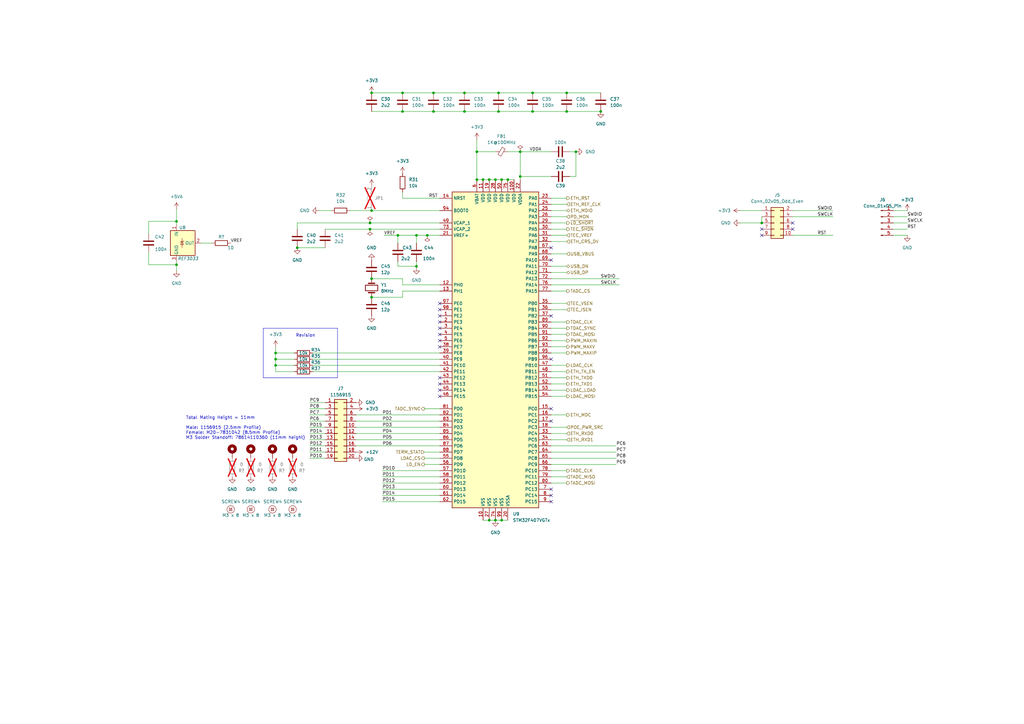
<source format=kicad_sch>
(kicad_sch (version 20230121) (generator eeschema)
  (paper "A3")
  (title_block (title "MCU") (date "2023-11-27") (rev "r0_3") (company "M-Labs Limited") (comment 1 "Linus Woo Chun Kit"))
  (lib_symbols
    (symbol "Connector:Conn_01x05_Pin" (pin_names (offset 1.016) hide)
      (property "Reference" "J" (at 0 7.62 0))
      (property "Value" "Conn_01x05_Pin" (at 0 -7.62 0))
      (symbol "Conn_01x05_Pin_1_1"
        (pin passive line (at 5.08 5.08 180) (length 3.81) (name "Pin_1") (number "1"))
        (pin passive line (at 5.08 2.54 180) (length 3.81) (name "Pin_2") (number "2"))
        (pin passive line (at 5.08 0 180) (length 3.81) (name "Pin_3") (number "3"))
        (pin passive line (at 5.08 -2.54 180) (length 3.81) (name "Pin_4") (number "4"))
        (pin passive line (at 5.08 -5.08 180) (length 3.81) (name "Pin_5") (number "5"))
      )
    )
    (symbol "Connector_Generic:Conn_02x05_Odd_Even" (pin_names (offset 1.016) hide)
      (property "Reference" "J" (at 1.27 7.62 0))
      (property "Value" "Conn_02x05_Odd_Even" (at 1.27 -7.62 0))
      (symbol "Conn_02x05_Odd_Even_1_1"
        (pin passive line (at -5.08 5.08 0) (length 3.81) (name "Pin_1") (number "1"))
        (pin passive line (at 7.62 -5.08 180) (length 3.81) (name "Pin_10") (number "10"))
        (pin passive line (at 7.62 5.08 180) (length 3.81) (name "Pin_2") (number "2"))
        (pin passive line (at -5.08 2.54 0) (length 3.81) (name "Pin_3") (number "3"))
        (pin passive line (at 7.62 2.54 180) (length 3.81) (name "Pin_4") (number "4"))
        (pin passive line (at -5.08 0 0) (length 3.81) (name "Pin_5") (number "5"))
        (pin passive line (at 7.62 0 180) (length 3.81) (name "Pin_6") (number "6"))
        (pin passive line (at -5.08 -2.54 0) (length 3.81) (name "Pin_7") (number "7"))
        (pin passive line (at 7.62 -2.54 180) (length 3.81) (name "Pin_8") (number "8"))
        (pin passive line (at -5.08 -5.08 0) (length 3.81) (name "Pin_9") (number "9"))
      )
    )
    (symbol "Connector_Generic:Conn_02x10_Odd_Even" (pin_names (offset 1.016) hide)
      (property "Reference" "J" (at 1.27 12.7 0))
      (property "Value" "Conn_02x10_Odd_Even" (at 1.27 -15.24 0))
      (symbol "Conn_02x10_Odd_Even_1_1"
        (pin passive line (at -5.08 10.16 0) (length 3.81) (name "Pin_1") (number "1"))
        (pin passive line (at 7.62 0 180) (length 3.81) (name "Pin_10") (number "10"))
        (pin passive line (at -5.08 -2.54 0) (length 3.81) (name "Pin_11") (number "11"))
        (pin passive line (at 7.62 -2.54 180) (length 3.81) (name "Pin_12") (number "12"))
        (pin passive line (at -5.08 -5.08 0) (length 3.81) (name "Pin_13") (number "13"))
        (pin passive line (at 7.62 -5.08 180) (length 3.81) (name "Pin_14") (number "14"))
        (pin passive line (at -5.08 -7.62 0) (length 3.81) (name "Pin_15") (number "15"))
        (pin passive line (at 7.62 -7.62 180) (length 3.81) (name "Pin_16") (number "16"))
        (pin passive line (at -5.08 -10.16 0) (length 3.81) (name "Pin_17") (number "17"))
        (pin passive line (at 7.62 -10.16 180) (length 3.81) (name "Pin_18") (number "18"))
        (pin passive line (at -5.08 -12.7 0) (length 3.81) (name "Pin_19") (number "19"))
        (pin passive line (at 7.62 10.16 180) (length 3.81) (name "Pin_2") (number "2"))
        (pin passive line (at 7.62 -12.7 180) (length 3.81) (name "Pin_20") (number "20"))
        (pin passive line (at -5.08 7.62 0) (length 3.81) (name "Pin_3") (number "3"))
        (pin passive line (at 7.62 7.62 180) (length 3.81) (name "Pin_4") (number "4"))
        (pin passive line (at -5.08 5.08 0) (length 3.81) (name "Pin_5") (number "5"))
        (pin passive line (at 7.62 5.08 180) (length 3.81) (name "Pin_6") (number "6"))
        (pin passive line (at -5.08 2.54 0) (length 3.81) (name "Pin_7") (number "7"))
        (pin passive line (at 7.62 2.54 180) (length 3.81) (name "Pin_8") (number "8"))
        (pin passive line (at -5.08 0 0) (length 3.81) (name "Pin_9") (number "9"))
      )
    )
    (symbol "Device:C" (pin_numbers hide) (pin_names (offset 0.254))
      (property "Reference" "C" (at 0.635 2.54 0))
      (property "Value" "C" (at 0.635 -2.54 0))
      (symbol "C_1_1"
        (pin passive line (at 0 3.81 270) (length 2.794) (name "~") (number "1"))
        (pin passive line (at 0 -3.81 90) (length 2.794) (name "~") (number "2"))
      )
    )
    (symbol "Device:Crystal" (pin_numbers hide) (pin_names (offset 1.016) hide)
      (property "Reference" "Y" (at 0 3.81 0))
      (property "Value" "Crystal" (at 0 -3.81 0))
      (symbol "Crystal_1_1"
        (pin passive line (at -3.81 0 0) (length 1.27) (name "1") (number "1"))
        (pin passive line (at 3.81 0 180) (length 1.27) (name "2") (number "2"))
      )
    )
    (symbol "Device:FerriteBead_Small" (pin_numbers hide) (pin_names (offset 0))
      (property "Reference" "FB" (at 1.905 1.27 0))
      (property "Value" "FerriteBead_Small" (at 1.905 -1.27 0))
      (symbol "FerriteBead_Small_1_1"
        (pin passive line (at 0 2.54 270) (length 1.27) (name "~") (number "1"))
        (pin passive line (at 0 -2.54 90) (length 1.27) (name "~") (number "2"))
      )
    )
    (symbol "Device:R" (pin_numbers hide) (pin_names (offset 0))
      (property "Reference" "R" (at 2.032 0 90))
      (property "Value" "R" (at 0 0 90))
      (symbol "R_1_1"
        (pin passive line (at 0 3.81 270) (length 1.27) (name "~") (number "1"))
        (pin passive line (at 0 -3.81 90) (length 1.27) (name "~") (number "2"))
      )
    )
    (symbol "Jumper:Jumper_2_Open" (pin_names (offset 0) hide)
      (property "Reference" "JP" (at 0 2.794 0))
      (property "Value" "Jumper_2_Open" (at 0 -2.286 0))
      (symbol "Jumper_2_Open_1_1"
        (pin passive line (at -5.08 0 0) (length 2.54) (name "A") (number "1"))
        (pin passive line (at 5.08 0 180) (length 2.54) (name "B") (number "2"))
      )
    )
    (symbol "MCU_ST_STM32F4:STM32F407VGTx"
      (property "Reference" "U" (at -17.78 64.77 0))
      (property "Value" "STM32F407VGTx" (at 12.7 64.77 0))
      (symbol "STM32F407VGTx_1_1"
        (pin bidirectional line (at -22.86 12.7 0) (length 5.08) (name "PE2") (number "1"))
        (pin power_in line (at -5.08 -71.12 90) (length 5.08) (name "VSS") (number "10"))
        (pin power_in line (at 7.62 68.58 270) (length 5.08) (name "VDD") (number "100"))
        (pin power_in line (at -5.08 68.58 270) (length 5.08) (name "VDD") (number "11"))
        (pin input line (at -22.86 25.4 0) (length 5.08) (name "PH0") (number "12"))
        (pin input line (at -22.86 22.86 0) (length 5.08) (name "PH1") (number "13"))
        (pin input line (at -22.86 60.96 0) (length 5.08) (name "NRST") (number "14"))
        (pin bidirectional line (at 22.86 -25.4 180) (length 5.08) (name "PC0") (number "15"))
        (pin bidirectional line (at 22.86 -27.94 180) (length 5.08) (name "PC1") (number "16"))
        (pin bidirectional line (at 22.86 -30.48 180) (length 5.08) (name "PC2") (number "17"))
        (pin bidirectional line (at 22.86 -33.02 180) (length 5.08) (name "PC3") (number "18"))
        (pin power_in line (at -2.54 68.58 270) (length 5.08) (name "VDD") (number "19"))
        (pin bidirectional line (at -22.86 10.16 0) (length 5.08) (name "PE3") (number "2"))
        (pin power_in line (at 5.08 -71.12 90) (length 5.08) (name "VSSA") (number "20"))
        (pin power_in line (at -22.86 45.72 0) (length 5.08) (name "VREF+") (number "21"))
        (pin power_in line (at 10.16 68.58 270) (length 5.08) (name "VDDA") (number "22"))
        (pin bidirectional line (at 22.86 60.96 180) (length 5.08) (name "PA0") (number "23"))
        (pin bidirectional line (at 22.86 58.42 180) (length 5.08) (name "PA1") (number "24"))
        (pin bidirectional line (at 22.86 55.88 180) (length 5.08) (name "PA2") (number "25"))
        (pin bidirectional line (at 22.86 53.34 180) (length 5.08) (name "PA3") (number "26"))
        (pin power_in line (at -2.54 -71.12 90) (length 5.08) (name "VSS") (number "27"))
        (pin power_in line (at 0 68.58 270) (length 5.08) (name "VDD") (number "28"))
        (pin bidirectional line (at 22.86 50.8 180) (length 5.08) (name "PA4") (number "29"))
        (pin bidirectional line (at -22.86 7.62 0) (length 5.08) (name "PE4") (number "3"))
        (pin bidirectional line (at 22.86 48.26 180) (length 5.08) (name "PA5") (number "30"))
        (pin bidirectional line (at 22.86 45.72 180) (length 5.08) (name "PA6") (number "31"))
        (pin bidirectional line (at 22.86 43.18 180) (length 5.08) (name "PA7") (number "32"))
        (pin bidirectional line (at 22.86 -35.56 180) (length 5.08) (name "PC4") (number "33"))
        (pin bidirectional line (at 22.86 -38.1 180) (length 5.08) (name "PC5") (number "34"))
        (pin bidirectional line (at 22.86 17.78 180) (length 5.08) (name "PB0") (number "35"))
        (pin bidirectional line (at 22.86 15.24 180) (length 5.08) (name "PB1") (number "36"))
        (pin bidirectional line (at 22.86 12.7 180) (length 5.08) (name "PB2") (number "37"))
        (pin bidirectional line (at -22.86 0 0) (length 5.08) (name "PE7") (number "38"))
        (pin bidirectional line (at -22.86 -2.54 0) (length 5.08) (name "PE8") (number "39"))
        (pin bidirectional line (at -22.86 5.08 0) (length 5.08) (name "PE5") (number "4"))
        (pin bidirectional line (at -22.86 -5.08 0) (length 5.08) (name "PE9") (number "40"))
        (pin bidirectional line (at -22.86 -7.62 0) (length 5.08) (name "PE10") (number "41"))
        (pin bidirectional line (at -22.86 -10.16 0) (length 5.08) (name "PE11") (number "42"))
        (pin bidirectional line (at -22.86 -12.7 0) (length 5.08) (name "PE12") (number "43"))
        (pin bidirectional line (at -22.86 -15.24 0) (length 5.08) (name "PE13") (number "44"))
        (pin bidirectional line (at -22.86 -17.78 0) (length 5.08) (name "PE14") (number "45"))
        (pin bidirectional line (at -22.86 -20.32 0) (length 5.08) (name "PE15") (number "46"))
        (pin bidirectional line (at 22.86 -7.62 180) (length 5.08) (name "PB10") (number "47"))
        (pin bidirectional line (at 22.86 -10.16 180) (length 5.08) (name "PB11") (number "48"))
        (pin power_in line (at -22.86 50.8 0) (length 5.08) (name "VCAP_1") (number "49"))
        (pin bidirectional line (at -22.86 2.54 0) (length 5.08) (name "PE6") (number "5"))
        (pin power_in line (at 2.54 68.58 270) (length 5.08) (name "VDD") (number "50"))
        (pin bidirectional line (at 22.86 -12.7 180) (length 5.08) (name "PB12") (number "51"))
        (pin bidirectional line (at 22.86 -15.24 180) (length 5.08) (name "PB13") (number "52"))
        (pin bidirectional line (at 22.86 -17.78 180) (length 5.08) (name "PB14") (number "53"))
        (pin bidirectional line (at 22.86 -20.32 180) (length 5.08) (name "PB15") (number "54"))
        (pin bidirectional line (at -22.86 -45.72 0) (length 5.08) (name "PD8") (number "55"))
        (pin bidirectional line (at -22.86 -48.26 0) (length 5.08) (name "PD9") (number "56"))
        (pin bidirectional line (at -22.86 -50.8 0) (length 5.08) (name "PD10") (number "57"))
        (pin bidirectional line (at -22.86 -53.34 0) (length 5.08) (name "PD11") (number "58"))
        (pin bidirectional line (at -22.86 -55.88 0) (length 5.08) (name "PD12") (number "59"))
        (pin power_in line (at -7.62 68.58 270) (length 5.08) (name "VBAT") (number "6"))
        (pin bidirectional line (at -22.86 -58.42 0) (length 5.08) (name "PD13") (number "60"))
        (pin bidirectional line (at -22.86 -60.96 0) (length 5.08) (name "PD14") (number "61"))
        (pin bidirectional line (at -22.86 -63.5 0) (length 5.08) (name "PD15") (number "62"))
        (pin bidirectional line (at 22.86 -40.64 180) (length 5.08) (name "PC6") (number "63"))
        (pin bidirectional line (at 22.86 -43.18 180) (length 5.08) (name "PC7") (number "64"))
        (pin bidirectional line (at 22.86 -45.72 180) (length 5.08) (name "PC8") (number "65"))
        (pin bidirectional line (at 22.86 -48.26 180) (length 5.08) (name "PC9") (number "66"))
        (pin bidirectional line (at 22.86 40.64 180) (length 5.08) (name "PA8") (number "67"))
        (pin bidirectional line (at 22.86 38.1 180) (length 5.08) (name "PA9") (number "68"))
        (pin bidirectional line (at 22.86 35.56 180) (length 5.08) (name "PA10") (number "69"))
        (pin bidirectional line (at 22.86 -58.42 180) (length 5.08) (name "PC13") (number "7"))
        (pin bidirectional line (at 22.86 33.02 180) (length 5.08) (name "PA11") (number "70"))
        (pin bidirectional line (at 22.86 30.48 180) (length 5.08) (name "PA12") (number "71"))
        (pin bidirectional line (at 22.86 27.94 180) (length 5.08) (name "PA13") (number "72"))
        (pin power_in line (at -22.86 48.26 0) (length 5.08) (name "VCAP_2") (number "73"))
        (pin power_in line (at 0 -71.12 90) (length 5.08) (name "VSS") (number "74"))
        (pin power_in line (at 5.08 68.58 270) (length 5.08) (name "VDD") (number "75"))
        (pin bidirectional line (at 22.86 25.4 180) (length 5.08) (name "PA14") (number "76"))
        (pin bidirectional line (at 22.86 22.86 180) (length 5.08) (name "PA15") (number "77"))
        (pin bidirectional line (at 22.86 -50.8 180) (length 5.08) (name "PC10") (number "78"))
        (pin bidirectional line (at 22.86 -53.34 180) (length 5.08) (name "PC11") (number "79"))
        (pin bidirectional line (at 22.86 -60.96 180) (length 5.08) (name "PC14") (number "8"))
        (pin bidirectional line (at 22.86 -55.88 180) (length 5.08) (name "PC12") (number "80"))
        (pin bidirectional line (at -22.86 -25.4 0) (length 5.08) (name "PD0") (number "81"))
        (pin bidirectional line (at -22.86 -27.94 0) (length 5.08) (name "PD1") (number "82"))
        (pin bidirectional line (at -22.86 -30.48 0) (length 5.08) (name "PD2") (number "83"))
        (pin bidirectional line (at -22.86 -33.02 0) (length 5.08) (name "PD3") (number "84"))
        (pin bidirectional line (at -22.86 -35.56 0) (length 5.08) (name "PD4") (number "85"))
        (pin bidirectional line (at -22.86 -38.1 0) (length 5.08) (name "PD5") (number "86"))
        (pin bidirectional line (at -22.86 -40.64 0) (length 5.08) (name "PD6") (number "87"))
        (pin bidirectional line (at -22.86 -43.18 0) (length 5.08) (name "PD7") (number "88"))
        (pin bidirectional line (at 22.86 10.16 180) (length 5.08) (name "PB3") (number "89"))
        (pin bidirectional line (at 22.86 -63.5 180) (length 5.08) (name "PC15") (number "9"))
        (pin bidirectional line (at 22.86 7.62 180) (length 5.08) (name "PB4") (number "90"))
        (pin bidirectional line (at 22.86 5.08 180) (length 5.08) (name "PB5") (number "91"))
        (pin bidirectional line (at 22.86 2.54 180) (length 5.08) (name "PB6") (number "92"))
        (pin bidirectional line (at 22.86 0 180) (length 5.08) (name "PB7") (number "93"))
        (pin input line (at -22.86 55.88 0) (length 5.08) (name "BOOT0") (number "94"))
        (pin bidirectional line (at 22.86 -2.54 180) (length 5.08) (name "PB8") (number "95"))
        (pin bidirectional line (at 22.86 -5.08 180) (length 5.08) (name "PB9") (number "96"))
        (pin bidirectional line (at -22.86 17.78 0) (length 5.08) (name "PE0") (number "97"))
        (pin bidirectional line (at -22.86 15.24 0) (length 5.08) (name "PE1") (number "98"))
        (pin power_in line (at 2.54 -71.12 90) (length 5.08) (name "VSS") (number "99"))
      )
    )
    (symbol "Mechanical:MountingHole_Pad" (pin_numbers hide) (pin_names (offset 1.016) hide)
      (property "Reference" "H" (at 0 6.35 0))
      (property "Value" "MountingHole_Pad" (at 0 4.445 0))
      (symbol "MountingHole_Pad_1_1"
        (pin input line (at 0 -2.54 90) (length 2.54) (name "1") (number "1"))
      )
    )
    (symbol "Reference_Voltage:REF3033" (pin_names (offset 0.254))
      (property "Reference" "U" (at 0 6.35 0))
      (property "Value" "REF3033" (at 2.54 -6.35 0))
      (symbol "REF3033_1_1"
        (pin power_in line (at -2.54 7.62 270) (length 2.54) (name "IN") (number "1"))
        (pin power_out line (at 7.62 0 180) (length 2.54) (name "OUT") (number "2"))
        (pin power_in line (at -2.54 -7.62 90) (length 2.54) (name "GND") (number "3"))
      )
    )
    (symbol "kirdy:Screw" (on_board no)
      (property "Reference" "SCREW" (at 3.048 2.54 0))
    )
    (symbol "power:+12V" (power) (pin_names (offset 0))
      (property "Value" "+12V" (at 0 3.556 0))
      (symbol "+12V_1_1"
        (pin power_in line (at 0 0 90) (length 0) hide (name "+12V") (number "1"))
      )
    )
    (symbol "power:+3V3" (power) (pin_names (offset 0))
      (property "Value" "+3V3" (at 0 3.556 0))
      (symbol "+3V3_1_1"
        (pin power_in line (at 0 0 90) (length 0) hide (name "+3V3") (number "1"))
      )
    )
    (symbol "power:+5VA" (power) (pin_names (offset 0))
      (property "Value" "+5VA" (at 0 3.556 0))
      (symbol "+5VA_1_1"
        (pin power_in line (at 0 0 90) (length 0) hide (name "+5VA") (number "1"))
      )
    )
    (symbol "power:GND" (power) (pin_names (offset 0))
      (property "Value" "GND" (at 0 -3.81 0))
      (symbol "GND_1_1"
        (pin power_in line (at 0 0 270) (length 0) hide (name "GND") (number "1"))
      )
    )
    (symbol "power:PWR_FLAG" (power) (pin_numbers hide) (pin_names (offset 0) hide)
      (property "Value" "PWR_FLAG" (at 0 3.81 0))
      (symbol "PWR_FLAG_0_0"
        (pin power_out line (at 0 0 90) (length 0) (name "pwr") (number "1"))
      )
    )
  )
  (junction (at 165.1 38.1))
  (junction (at 152.4 114.3))
  (junction (at 198.12 73.66))
  (junction (at 205.74 213.36))
  (junction (at 177.8 38.1))
  (junction (at 213.36 72.39))
  (junction (at 236.22 62.23))
  (junction (at 152.4 38.1))
  (junction (at 195.58 73.66))
  (junction (at 121.92 101.6))
  (junction (at 72.39 90.805))
  (junction (at 200.66 73.66))
  (junction (at 170.815 96.52))
  (junction (at 203.2 213.36))
  (junction (at 151.765 91.44))
  (junction (at 175.26 96.52))
  (junction (at 204.47 38.1))
  (junction (at 152.4 86.36))
  (junction (at 177.8 45.72))
  (junction (at 232.41 45.72))
  (junction (at 200.66 213.36))
  (junction (at 208.28 73.66))
  (junction (at 113.03 144.78))
  (junction (at 190.5 45.72))
  (junction (at 165.1 45.72))
  (junction (at 203.2 73.66))
  (junction (at 232.41 38.1))
  (junction (at 213.36 62.23))
  (junction (at 170.815 109.22))
  (junction (at 190.5 38.1))
  (junction (at 204.47 45.72))
  (junction (at 113.03 147.32))
  (junction (at 218.44 38.1))
  (junction (at 246.38 45.72))
  (junction (at 151.765 93.98))
  (junction (at 205.74 73.66))
  (junction (at 152.4 121.92))
  (junction (at 195.58 62.23))
  (junction (at 312.42 91.44))
  (junction (at 218.44 45.72))
  (junction (at 72.39 108.585))
  (junction (at 113.03 149.86))
  (junction (at 163.195 96.52))
  (no_connect (at 312.42 96.52))
  (no_connect (at 325.12 93.98))
  (no_connect (at 325.12 91.44))
  (no_connect (at 180.34 157.48))
  (no_connect (at 180.34 154.94))
  (no_connect (at 312.42 93.98))
  (no_connect (at 226.06 172.72))
  (no_connect (at 226.06 101.6))
  (no_connect (at 226.06 200.66))
  (no_connect (at 226.06 203.2))
  (no_connect (at 226.06 205.74))
  (no_connect (at 226.06 106.68))
  (no_connect (at 226.06 129.54))
  (no_connect (at 180.34 129.54))
  (no_connect (at 180.34 124.46))
  (no_connect (at 180.34 127))
  (no_connect (at 226.06 147.32))
  (no_connect (at 226.06 167.64))
  (no_connect (at 180.34 162.56))
  (no_connect (at 180.34 160.02))
  (no_connect (at 180.34 132.08))
  (no_connect (at 180.34 134.62))
  (no_connect (at 180.34 137.16))
  (no_connect (at 180.34 139.7))
  (no_connect (at 180.34 142.24))
  (wire (pts (xy 226.06 180.34) (xy 232.41 180.34)))
  (wire (pts (xy 156.845 205.74) (xy 180.34 205.74)))
  (wire (pts (xy 226.06 170.18) (xy 232.41 170.18)))
  (wire (pts (xy 226.06 160.02) (xy 232.41 160.02)))
  (wire (pts (xy 226.06 99.06) (xy 232.41 99.06)))
  (wire (pts (xy 165.1 116.84) (xy 180.34 116.84)))
  (wire (pts (xy 226.06 104.14) (xy 232.41 104.14)))
  (wire (pts (xy 170.815 109.22) (xy 170.815 109.855)))
  (wire (pts (xy 127 175.26) (xy 133.35 175.26)))
  (wire (pts (xy 156.845 203.2) (xy 180.34 203.2)))
  (wire (pts (xy 72.39 85.725) (xy 72.39 90.805)))
  (wire (pts (xy 226.06 86.36) (xy 232.41 86.36)))
  (polyline (pts (xy 107.95 154.94) (xy 138.43 154.94)))
  (wire (pts (xy 127 167.64) (xy 133.35 167.64)))
  (wire (pts (xy 175.26 96.52) (xy 180.34 96.52)))
  (wire (pts (xy 372.11 91.44) (xy 366.395 91.44)))
  (wire (pts (xy 198.12 213.36) (xy 200.66 213.36)))
  (wire (pts (xy 218.44 45.72) (xy 232.41 45.72)))
  (wire (pts (xy 312.42 88.9) (xy 312.42 91.44)))
  (wire (pts (xy 165.1 81.28) (xy 180.34 81.28)))
  (wire (pts (xy 233.68 72.39) (xy 236.22 72.39)))
  (wire (pts (xy 146.05 180.34) (xy 180.34 180.34)))
  (wire (pts (xy 146.05 172.72) (xy 180.34 172.72)))
  (wire (pts (xy 72.39 108.585) (xy 60.96 108.585)))
  (wire (pts (xy 372.11 96.52) (xy 366.395 96.52)))
  (wire (pts (xy 195.58 62.23) (xy 203.2 62.23)))
  (wire (pts (xy 121.92 101.6) (xy 133.35 101.6)))
  (wire (pts (xy 170.815 96.52) (xy 170.815 99.695)))
  (wire (pts (xy 173.99 187.96) (xy 180.34 187.96)))
  (wire (pts (xy 325.12 96.52) (xy 341.63 96.52)))
  (wire (pts (xy 203.2 213.36) (xy 205.74 213.36)))
  (wire (pts (xy 226.06 139.7) (xy 232.41 139.7)))
  (polyline (pts (xy 138.43 154.94) (xy 138.43 134.62)))
  (wire (pts (xy 127 185.42) (xy 133.35 185.42)))
  (wire (pts (xy 226.06 116.84) (xy 254 116.84)))
  (wire (pts (xy 204.47 38.1) (xy 218.44 38.1)))
  (wire (pts (xy 113.03 152.4) (xy 120.65 152.4)))
  (wire (pts (xy 151.765 91.44) (xy 180.34 91.44)))
  (wire (pts (xy 128.27 149.86) (xy 180.34 149.86)))
  (wire (pts (xy 170.815 107.315) (xy 170.815 109.22)))
  (wire (pts (xy 113.03 149.86) (xy 120.65 149.86)))
  (wire (pts (xy 152.4 45.72) (xy 165.1 45.72)))
  (wire (pts (xy 127 165.1) (xy 133.35 165.1)))
  (wire (pts (xy 128.27 147.32) (xy 180.34 147.32)))
  (wire (pts (xy 72.39 107.315) (xy 72.39 108.585)))
  (wire (pts (xy 165.1 119.38) (xy 165.1 121.92)))
  (wire (pts (xy 208.28 62.23) (xy 213.36 62.23)))
  (wire (pts (xy 146.05 170.18) (xy 180.34 170.18)))
  (wire (pts (xy 127 172.72) (xy 133.35 172.72)))
  (wire (pts (xy 156.845 193.04) (xy 180.34 193.04)))
  (wire (pts (xy 133.35 93.98) (xy 151.765 93.98)))
  (wire (pts (xy 226.06 177.8) (xy 232.41 177.8)))
  (wire (pts (xy 226.06 193.04) (xy 232.41 193.04)))
  (wire (pts (xy 165.1 81.28) (xy 165.1 78.74)))
  (wire (pts (xy 72.39 90.805) (xy 72.39 92.075)))
  (wire (pts (xy 127 180.34) (xy 133.35 180.34)))
  (wire (pts (xy 113.03 147.32) (xy 113.03 149.86)))
  (wire (pts (xy 372.11 93.98) (xy 366.395 93.98)))
  (wire (pts (xy 226.06 154.94) (xy 232.41 154.94)))
  (wire (pts (xy 156.845 195.58) (xy 180.34 195.58)))
  (wire (pts (xy 213.36 62.23) (xy 213.36 72.39)))
  (wire (pts (xy 226.06 111.76) (xy 232.41 111.76)))
  (wire (pts (xy 226.06 134.62) (xy 232.41 134.62)))
  (wire (pts (xy 127 187.96) (xy 133.35 187.96)))
  (wire (pts (xy 226.06 182.88) (xy 252.73 182.88)))
  (wire (pts (xy 226.06 187.96) (xy 252.73 187.96)))
  (wire (pts (xy 226.06 149.86) (xy 232.41 149.86)))
  (wire (pts (xy 82.55 99.695) (xy 86.995 99.695)))
  (wire (pts (xy 226.06 137.16) (xy 232.41 137.16)))
  (wire (pts (xy 226.06 185.42) (xy 252.73 185.42)))
  (wire (pts (xy 226.06 93.98) (xy 232.41 93.98)))
  (wire (pts (xy 177.8 38.1) (xy 190.5 38.1)))
  (wire (pts (xy 200.66 213.36) (xy 203.2 213.36)))
  (wire (pts (xy 127 177.8) (xy 133.35 177.8)))
  (wire (pts (xy 372.11 88.9) (xy 366.395 88.9)))
  (wire (pts (xy 203.2 73.66) (xy 205.74 73.66)))
  (wire (pts (xy 195.58 62.23) (xy 195.58 73.66)))
  (wire (pts (xy 233.68 62.23) (xy 236.22 62.23)))
  (wire (pts (xy 157.48 96.52) (xy 163.195 96.52)))
  (wire (pts (xy 146.05 182.88) (xy 180.34 182.88)))
  (wire (pts (xy 177.8 45.72) (xy 190.5 45.72)))
  (wire (pts (xy 163.195 109.22) (xy 163.195 107.315)))
  (wire (pts (xy 226.06 190.5) (xy 252.73 190.5)))
  (wire (pts (xy 146.05 175.26) (xy 180.34 175.26)))
  (wire (pts (xy 226.06 198.12) (xy 232.41 198.12)))
  (wire (pts (xy 232.41 38.1) (xy 246.38 38.1)))
  (wire (pts (xy 195.58 73.66) (xy 198.12 73.66)))
  (wire (pts (xy 213.36 62.23) (xy 226.06 62.23)))
  (wire (pts (xy 165.1 121.92) (xy 152.4 121.92)))
  (wire (pts (xy 113.03 144.78) (xy 113.03 147.32)))
  (wire (pts (xy 152.4 86.36) (xy 180.34 86.36)))
  (wire (pts (xy 198.12 73.66) (xy 200.66 73.66)))
  (wire (pts (xy 113.03 144.78) (xy 120.65 144.78)))
  (wire (pts (xy 113.03 149.86) (xy 113.03 152.4)))
  (wire (pts (xy 213.36 72.39) (xy 213.36 73.66)))
  (wire (pts (xy 226.06 124.46) (xy 232.41 124.46)))
  (wire (pts (xy 226.06 152.4) (xy 232.41 152.4)))
  (wire (pts (xy 325.12 86.36) (xy 341.63 86.36)))
  (polyline (pts (xy 107.95 134.62) (xy 107.95 154.94)))
  (wire (pts (xy 226.06 195.58) (xy 232.41 195.58)))
  (wire (pts (xy 156.845 198.12) (xy 180.34 198.12)))
  (wire (pts (xy 163.195 96.52) (xy 170.815 96.52)))
  (wire (pts (xy 113.03 147.32) (xy 120.65 147.32)))
  (wire (pts (xy 208.28 73.66) (xy 210.82 73.66)))
  (wire (pts (xy 165.1 45.72) (xy 177.8 45.72)))
  (wire (pts (xy 173.99 185.42) (xy 180.34 185.42)))
  (wire (pts (xy 165.1 119.38) (xy 180.34 119.38)))
  (wire (pts (xy 226.06 142.24) (xy 232.41 142.24)))
  (wire (pts (xy 372.11 86.36) (xy 366.395 86.36)))
  (wire (pts (xy 165.1 116.84) (xy 165.1 114.3)))
  (wire (pts (xy 226.06 132.08) (xy 232.41 132.08)))
  (wire (pts (xy 121.92 93.98) (xy 121.92 91.44)))
  (wire (pts (xy 213.36 72.39) (xy 226.06 72.39)))
  (wire (pts (xy 236.22 72.39) (xy 236.22 62.23)))
  (wire (pts (xy 205.74 73.66) (xy 208.28 73.66)))
  (wire (pts (xy 226.06 109.22) (xy 232.41 109.22)))
  (wire (pts (xy 113.03 142.24) (xy 113.03 144.78)))
  (wire (pts (xy 156.845 200.66) (xy 180.34 200.66)))
  (wire (pts (xy 163.195 99.695) (xy 163.195 96.52)))
  (wire (pts (xy 303.53 91.44) (xy 312.42 91.44)))
  (wire (pts (xy 218.44 38.1) (xy 232.41 38.1)))
  (wire (pts (xy 226.06 175.26) (xy 232.41 175.26)))
  (wire (pts (xy 226.06 88.9) (xy 232.41 88.9)))
  (wire (pts (xy 60.96 95.885) (xy 60.96 90.805)))
  (wire (pts (xy 232.41 45.72) (xy 246.38 45.72)))
  (wire (pts (xy 226.06 96.52) (xy 232.41 96.52)))
  (wire (pts (xy 195.58 57.15) (xy 195.58 62.23)))
  (wire (pts (xy 226.06 119.38) (xy 232.41 119.38)))
  (wire (pts (xy 173.99 190.5) (xy 180.34 190.5)))
  (wire (pts (xy 72.39 108.585) (xy 72.39 111.125)))
  (wire (pts (xy 190.5 38.1) (xy 204.47 38.1)))
  (wire (pts (xy 165.1 38.1) (xy 177.8 38.1)))
  (wire (pts (xy 152.4 38.1) (xy 165.1 38.1)))
  (wire (pts (xy 204.47 45.72) (xy 218.44 45.72)))
  (wire (pts (xy 60.96 90.805) (xy 72.39 90.805)))
  (wire (pts (xy 170.815 109.22) (xy 163.195 109.22)))
  (wire (pts (xy 226.06 127) (xy 232.41 127)))
  (wire (pts (xy 226.06 81.28) (xy 232.41 81.28)))
  (wire (pts (xy 226.06 83.82) (xy 232.41 83.82)))
  (wire (pts (xy 151.765 93.98) (xy 180.34 93.98)))
  (wire (pts (xy 205.74 213.36) (xy 208.28 213.36)))
  (wire (pts (xy 303.53 86.36) (xy 312.42 86.36)))
  (wire (pts (xy 226.06 144.78) (xy 232.41 144.78)))
  (wire (pts (xy 165.1 114.3) (xy 152.4 114.3)))
  (polyline (pts (xy 107.95 134.62) (xy 138.43 134.62)))
  (wire (pts (xy 143.51 86.36) (xy 152.4 86.36)))
  (wire (pts (xy 226.06 91.44) (xy 232.41 91.44)))
  (wire (pts (xy 130.81 86.36) (xy 135.89 86.36)))
  (wire (pts (xy 121.92 91.44) (xy 151.765 91.44)))
  (wire (pts (xy 226.06 162.56) (xy 232.41 162.56)))
  (wire (pts (xy 190.5 45.72) (xy 204.47 45.72)))
  (wire (pts (xy 127 182.88) (xy 133.35 182.88)))
  (wire (pts (xy 170.815 96.52) (xy 175.26 96.52)))
  (wire (pts (xy 128.27 144.78) (xy 180.34 144.78)))
  (wire (pts (xy 226.06 114.3) (xy 254 114.3)))
  (wire (pts (xy 226.06 157.48) (xy 232.41 157.48)))
  (wire (pts (xy 60.96 108.585) (xy 60.96 103.505)))
  (wire (pts (xy 127 170.18) (xy 133.35 170.18)))
  (wire (pts (xy 146.05 177.8) (xy 180.34 177.8)))
  (wire (pts (xy 325.12 88.9) (xy 341.63 88.9)))
  (wire (pts (xy 173.99 167.64) (xy 180.34 167.64)))
  (wire (pts (xy 128.27 152.4) (xy 180.34 152.4)))
  (wire (pts (xy 200.66 73.66) (xy 203.2 73.66)))
  (text "Revision\n" (at 121.285 138.43 0) (effects (font (size 1.27 1.27)) (justify left bottom)))
  (text "Total Mating Height = 11mm\n\nMale: 1156915 (2.5mm Profile)\nFemale: M20-7831042 (8.5mm Profile)\nM3 Solder Standoff: 78614110360 (11mm height)\n" (at 76.2 180.34 0) (effects (font (size 1.27 1.27)) (justify left bottom)))
  (label "SWCLK" (at 372.11 91.44 0))
  (label "RST" (at 372.11 93.98 0))
  (label "SWDIO" (at 246.38 114.3 0))
  (label "SWCLK" (at 335.28 88.9 0))
  (label "PD11" (at 156.845 195.58 0))
  (label "PD10" (at 127 187.96 0))
  (label "PD15" (at 127 175.26 0))
  (label "PD4" (at 156.845 177.8 0))
  (label "PD10" (at 156.845 193.04 0))
  (label "SWDIO" (at 372.11 88.9 0))
  (label "SWDIO" (at 335.28 86.36 0))
  (label "PD13" (at 127 180.34 0))
  (label "VREF" (at 157.48 96.52 0))
  (label "PC7" (at 127 170.18 0))
  (label "VDDA" (at 217.17 62.23 0))
  (label "PD11" (at 127 185.42 0))
  (label "RST" (at 335.28 96.52 0))
  (label "PC8" (at 127 167.64 0))
  (label "PD12" (at 127 182.88 0))
  (label "PD6" (at 156.845 182.88 0))
  (label "PD15" (at 156.845 205.74 0))
  (label "VREF" (at 94.615 99.695 0))
  (label "PD13" (at 156.845 200.66 0))
  (label "PD14" (at 156.845 203.2 0))
  (label "PC6" (at 252.73 182.88 0))
  (label "PD12" (at 156.845 198.12 0))
  (label "PD3" (at 156.845 175.26 0))
  (label "PD5" (at 156.845 180.34 0))
  (label "PD14" (at 127 177.8 0))
  (label "PC9" (at 252.73 190.5 0))
  (label "PC6" (at 127 172.72 0))
  (label "PC8" (at 252.73 187.96 0))
  (label "SWCLK" (at 246.38 116.84 0))
  (label "RST" (at 175.895 81.28 0))
  (label "PD1" (at 156.845 170.18 0))
  (label "PD2" (at 156.845 172.72 0))
  (label "PC9" (at 127 165.1 0))
  (label "PC7" (at 252.73 185.42 0))
  (hierarchical_label "USB_DP" (shape bidirectional) (at 232.41 111.76 0))
  (hierarchical_label "TEC_VREF" (shape input) (at 232.41 96.52 0))
  (hierarchical_label "ETH_REF_CLK" (shape input) (at 232.41 83.82 0))
  (hierarchical_label "USB_VBUS" (shape input) (at 232.41 104.14 0))
  (hierarchical_label "TADC_CLK" (shape output) (at 232.41 193.04 0))
  (hierarchical_label "TDAC_MOSI" (shape output) (at 232.41 137.16 0))
  (hierarchical_label "PWM_MAXIP" (shape output) (at 232.41 144.78 0))
  (hierarchical_label "USB_DN" (shape bidirectional) (at 232.41 109.22 0))
  (hierarchical_label "ETH_RST" (shape output) (at 232.41 81.28 0))
  (hierarchical_label "TEC_~{SHDN}" (shape output) (at 232.41 93.98 0))
  (hierarchical_label "ETH_TXD1" (shape output) (at 232.41 157.48 0))
  (hierarchical_label "ETH_MDIO" (shape bidirectional) (at 232.41 86.36 0))
  (hierarchical_label "LDAC_MOSI" (shape output) (at 232.41 162.56 0))
  (hierarchical_label "PWM_MAXV" (shape output) (at 232.41 142.24 0))
  (hierarchical_label "POE_PWR_SRC" (shape input) (at 232.41 175.26 0))
  (hierarchical_label "TERM_STAT" (shape input) (at 173.99 185.42 180))
  (hierarchical_label "TADC_CS" (shape output) (at 232.41 119.38 0))
  (hierarchical_label "ETH_RXD0" (shape input) (at 232.41 177.8 0))
  (hierarchical_label "TADC_MISO" (shape input) (at 232.41 195.58 0))
  (hierarchical_label "~{LD_SHORT}" (shape output) (at 232.41 91.44 0))
  (hierarchical_label "LDAC_CS" (shape output) (at 173.99 187.96 180))
  (hierarchical_label "TADC_MOSI" (shape output) (at 232.41 198.12 0))
  (hierarchical_label "ETH_CRS_DV" (shape input) (at 232.41 99.06 0))
  (hierarchical_label "LD_EN" (shape output) (at 173.99 190.5 180))
  (hierarchical_label "TADC_SYNC" (shape output) (at 173.99 167.64 180))
  (hierarchical_label "PWM_MAXIN" (shape output) (at 232.41 139.7 0))
  (hierarchical_label "TEC_ISEN" (shape input) (at 232.41 127 0))
  (hierarchical_label "TEC_VSEN" (shape input) (at 232.41 124.46 0))
  (hierarchical_label "ETH_TX_EN" (shape output) (at 232.41 152.4 0))
  (hierarchical_label "TDAC_SYNC" (shape output) (at 232.41 134.62 0))
  (hierarchical_label "ETH_TXD0" (shape output) (at 232.41 154.94 0))
  (hierarchical_label "PD_MON" (shape input) (at 232.41 88.9 0))
  (hierarchical_label "ETH_RXD1" (shape input) (at 232.41 180.34 0))
  (hierarchical_label "LDAC_LOAD" (shape output) (at 232.41 160.02 0))
  (hierarchical_label "ETH_MDC" (shape output) (at 232.41 170.18 0))
  (hierarchical_label "LDAC_CLK" (shape output) (at 232.41 149.86 0))
  (hierarchical_label "TDAC_CLK" (shape output) (at 232.41 132.08 0))
  (symbol (lib_id "Connector_Generic:Conn_02x05_Odd_Even") (at 317.5 91.44 0) (unit 1)
    (property "Reference" "J5" (at 318.77 80.01 0))
    (property "Value" "Conn_02x05_Odd_Even" (at 318.77 82.55 0))
    (property "Footprint" "kirdy:Adafuit_SWD_Header_4048" (effects hide))
    (property "Datasheet" "https://www.mouser.hk/datasheet/2/737/Adafruit_4048_Web-3358014.pdf" (effects hide))
    (property "MFR_PN" "4048" (effects hide))
    (property "Comment" "Manufacturer: Adafruit" (effects hide))
  )
  (symbol (lib_id "Device:FerriteBead_Small") (at 205.74 62.23 90) (unit 1)
    (property "Reference" "FB1" (at 205.7019 55.88 90))
    (property "Value" "1K@100MHz" (at 205.7019 58.42 90))
    (property "Footprint" "Inductor_SMD:L_1210_3225Metric" (effects hide))
    (property "MFR_PN" "FBMH3225HM102NT" (effects hide))
    (property "MFR_PN_ALT" "FBMH3225HM102NTV" (effects hide))
  )
  (symbol (lib_id "kirdy:Screw") (at 102.87 208.915 0) (unit 1) (on_board no)
    (property "Reference" "SCREW4" (at 99.06 205.74 0) (effects (justify left)))
    (property "Value" "M3 x 8" (at 102.87 211.328 0))
    (property "MFR_PN" "EDLV-M3-L8" (effects hide))
    (property "MFR_PN_ALT" "FH4-M3-8 " (effects hide))
    (property "Comment" "https://jlcmc.com/product/s/E02/EDLV/cross-recessed-large-flat-head-screw" (effects hide))
    (instances (project "kirdy" (path "" (reference "SCREW4") (unit 1)) (path "" (reference "SCREW6") (unit 1))))
  )
  (symbol (lib_id "power:GND") (at 120.015 195.58 0) (unit 1)
    (property "Reference" "#PWR?" (effects hide))
    (property "Value" "GND" (at 120.015 200.66 0))
    (instances (project "kirdy" (path "" (reference "#PWR?") (unit 1)) (path "" (reference "#PWR082") (unit 1))))
  )
  (symbol (lib_id "Device:C") (at 170.815 103.505 180) (unit 1)
    (property "Reference" "C44" (at 175.895 101.6 0))
    (property "Value" "100n" (at 175.895 106.045 0))
    (property "Footprint" "Capacitor_SMD:C_0603_1608Metric" (effects hide))
    (property "MFR_PN" "CL10B104KB8NNWC" (effects hide))
    (property "MFR_PN_ALT" "CL10B104KB8NNNL" (effects hide))
  )
  (symbol (lib_id "power:+3V3") (at 152.4 76.2 0) (unit 1)
    (property "Reference" "#PWR062" (effects hide))
    (property "Value" "+3V3" (at 152.4 71.12 0))
  )
  (symbol (lib_id "Device:C") (at 133.35 97.79 0) (unit 1)
    (property "Reference" "C41" (at 137.16 96.5199 0) (effects (justify left)))
    (property "Value" "2u2" (at 137.16 99.0599 0) (effects (justify left)))
    (property "Footprint" "Capacitor_SMD:C_0603_1608Metric" (effects hide))
    (property "MFR_PN" "CL10B225KP8NNNC" (effects hide))
    (property "MFR_PN_ALT" "CGA3E1X7R0J225K080AC" (effects hide))
  )
  (symbol (lib_id "power:PWR_FLAG") (at 213.36 62.23 0) (unit 1)
    (property "Reference" "#FLG01" (effects hide))
    (property "Value" "PWR_FLAG" (effects hide))
  )
  (symbol (lib_id "Device:R") (at 165.1 74.93 0) (unit 1)
    (property "Reference" "R31" (at 167.64 73.6599 0) (effects (justify left)))
    (property "Value" "10k" (at 167.64 76.1999 0) (effects (justify left)))
    (property "Footprint" "Resistor_SMD:R_0603_1608Metric" (effects hide))
    (property "MFR_PN" "RNCP0603FTD10K0" (effects hide))
    (property "MFR_PN_ALT" "RMCF0603FT10K0" (effects hide))
  )
  (symbol (lib_id "Mechanical:MountingHole_Pad") (at 102.87 185.42 0) (unit 1)
    (property "Reference" "H?" (effects hide))
    (property "Value" "78614110360" (effects hide))
    (property "Footprint" "Mounting_Wuerth:Mounting_Wuerth_WA-SMSI-M3_H11mm_9774110360" (effects hide))
    (property "MFR_PN" "78614110360" (effects hide))
    (property "MFR_PN_ALT" "9774110360R" (effects hide))
    (instances (project "kirdy" (path "" (reference "H?") (unit 1)) (path "" (reference "H6") (unit 1))))
  )
  (symbol (lib_id "Device:C") (at 60.96 99.695 0) (unit 1)
    (property "Reference" "C42" (at 63.5 97.155 0) (effects (justify left)))
    (property "Value" "100n" (at 63.5 102.235 0) (effects (justify left)))
    (property "Footprint" "Capacitor_SMD:C_0603_1608Metric" (effects hide))
    (property "MFR_PN" "CL10B104KB8NNWC" (effects hide))
    (property "MFR_PN_ALT" "CL10B104KB8NNNL" (effects hide))
  )
  (symbol (lib_id "Device:C") (at 177.8 41.91 0) (unit 1)
    (property "Reference" "C32" (at 181.61 40.6399 0) (effects (justify left)))
    (property "Value" "100n" (at 181.61 43.1799 0) (effects (justify left)))
    (property "Footprint" "Capacitor_SMD:C_0603_1608Metric" (effects hide))
    (property "MFR_PN" "CL10B104KB8NNWC" (effects hide))
    (property "MFR_PN_ALT" "CL10B104KB8NNNL" (effects hide))
  )
  (symbol (lib_id "Device:C") (at 232.41 41.91 0) (unit 1)
    (property "Reference" "C36" (at 236.22 40.6399 0) (effects (justify left)))
    (property "Value" "100n" (at 236.22 43.1799 0) (effects (justify left)))
    (property "Footprint" "Capacitor_SMD:C_0603_1608Metric" (effects hide))
    (property "MFR_PN" "CL10B104KB8NNWC" (effects hide))
    (property "MFR_PN_ALT" "CL10B104KB8NNNL" (effects hide))
  )
  (symbol (lib_id "Device:C") (at 163.195 103.505 180) (unit 1)
    (property "Reference" "C43" (at 167.005 101.6 0))
    (property "Value" "2u2" (at 166.37 106.045 0))
    (property "Footprint" "Capacitor_SMD:C_0603_1608Metric" (effects hide))
    (property "MFR_PN" "CL10B225KP8NNNC" (effects hide))
    (property "MFR_PN_ALT" "CGA3E1X7R0J225K080AC" (effects hide))
  )
  (symbol (lib_id "Reference_Voltage:REF3033") (at 74.93 99.695 0) (unit 1)
    (property "Reference" "U8" (at 76.2 93.345 0) (effects (justify right)))
    (property "Value" "REF3033" (at 81.28 106.045 0) (effects (font italic) (justify right)))
    (property "Footprint" "Package_TO_SOT_SMD:SOT-23" (effects hide))
    (property "Datasheet" "http://www.ti.com/lit/ds/symlink/ref3033.pdf" (effects hide))
    (property "MFR_PN" "REF3033AIDBZR" (effects hide))
  )
  (symbol (lib_id "kirdy:Screw") (at 120.015 208.915 0) (unit 1) (on_board no)
    (property "Reference" "SCREW4" (at 116.205 205.74 0) (effects (justify left)))
    (property "Value" "M3 x 8" (at 120.015 211.328 0))
    (property "MFR_PN" "EDLV-M3-L8" (effects hide))
    (property "MFR_PN_ALT" "FH4-M3-8 " (effects hide))
    (property "Comment" "https://jlcmc.com/product/s/E02/EDLV/cross-recessed-large-flat-head-screw" (effects hide))
    (instances (project "kirdy" (path "" (reference "SCREW4") (unit 1)) (path "" (reference "SCREW8") (unit 1))))
  )
  (symbol (lib_id "Device:R") (at 124.46 149.86 90) (unit 1)
    (property "Reference" "R36" (at 129.54 148.59 90))
    (property "Value" "10k" (at 124.46 149.86 90))
    (property "Footprint" "Resistor_SMD:R_0603_1608Metric" (effects hide))
    (property "MFR_PN" "RNCP0603FTD10K0" (effects hide))
    (property "MFR_PN_ALT" "RMCF0603FT10K0" (effects hide))
  )
  (symbol (lib_id "Device:C") (at 190.5 41.91 0) (unit 1)
    (property "Reference" "C33" (at 194.31 40.6399 0) (effects (justify left)))
    (property "Value" "100n" (at 194.31 43.1799 0) (effects (justify left)))
    (property "Footprint" "Capacitor_SMD:C_0603_1608Metric" (effects hide))
    (property "MFR_PN" "CL10B104KB8NNWC" (effects hide))
    (property "MFR_PN_ALT" "CL10B104KB8NNNL" (effects hide))
  )
  (symbol (lib_id "power:+3V3") (at 165.1 71.12 0) (unit 1)
    (property "Reference" "#PWR061" (effects hide))
    (property "Value" "+3V3" (at 165.1 66.04 0))
  )
  (symbol (lib_id "power:GND") (at 236.22 62.23 90) (unit 1)
    (property "Reference" "#PWR060" (effects hide))
    (property "Value" "GND" (at 240.03 62.2299 90) (effects (justify right)))
  )
  (symbol (lib_id "power:GND") (at 203.2 213.36 0) (unit 1)
    (property "Reference" "#PWR083" (effects hide))
    (property "Value" "GND" (at 203.2 218.44 0))
  )
  (symbol (lib_id "Device:R") (at 102.87 191.77 180) (unit 1) (dnp yes)
    (property "Reference" "R?" (at 106.68 193.04 0))
    (property "Value" "0" (at 106.68 190.5 0))
    (property "Footprint" "Resistor_SMD:R_0603_1608Metric" (effects hide))
    (property "MFR_PN" "RMCF0603ZT0R00" (effects hide))
    (property "MFR_PN_ALT" "CR0603-J/-000ELF" (effects hide))
    (instances (project "kirdy" (path "" (reference "R?") (unit 1)) (path "" (reference "R39") (unit 1))))
  )
  (symbol (lib_id "Device:C") (at 246.38 41.91 0) (unit 1)
    (property "Reference" "C37" (at 250.19 40.6399 0) (effects (justify left)))
    (property "Value" "100n" (at 250.19 43.1799 0) (effects (justify left)))
    (property "Footprint" "Capacitor_SMD:C_0603_1608Metric" (effects hide))
    (property "MFR_PN" "CL10B104KB8NNWC" (effects hide))
    (property "MFR_PN_ALT" "CL10B104KB8NNNL" (effects hide))
  )
  (symbol (lib_id "Jumper:Jumper_2_Open") (at 152.4 81.28 90) (unit 1) (dnp yes)
    (property "Reference" "JP1" (at 153.67 81.28 90) (effects (justify right)))
    (property "Value" "DNP" (effects hide))
    (property "Footprint" "Connector_PinHeader_2.54mm:PinHeader_1x02_P2.54mm_Vertical" (effects hide))
  )
  (symbol (lib_id "power:+3V3") (at 303.53 86.36 90) (unit 1)
    (property "Reference" "#PWR065" (effects hide))
    (property "Value" "+3V3" (at 299.72 86.3599 90) (effects (justify left)))
  )
  (symbol (lib_id "Device:C") (at 218.44 41.91 0) (unit 1)
    (property "Reference" "C35" (at 222.25 40.6399 0) (effects (justify left)))
    (property "Value" "100n" (at 222.25 43.1799 0) (effects (justify left)))
    (property "Footprint" "Capacitor_SMD:C_0603_1608Metric" (effects hide))
    (property "MFR_PN" "CL10B104KB8NNWC" (effects hide))
    (property "MFR_PN_ALT" "CL10B104KB8NNNL" (effects hide))
  )
  (symbol (lib_id "Device:Crystal") (at 152.4 118.11 90) (unit 1)
    (property "Reference" "Y1" (at 156.21 116.8399 90) (effects (justify right)))
    (property "Value" "8MHz" (at 156.21 119.3799 90) (effects (justify right)))
    (property "Footprint" "Crystal:Crystal_SMD_5032-2Pin_5.0x3.2mm" (effects hide))
    (property "MFR_PN" "ECS-80-12-30Q-DS-TR" (effects hide))
    (property "MFR_PN_ALT" "ECS-80-12-30-JGN-TR" (effects hide))
  )
  (symbol (lib_id "power:PWR_FLAG") (at 151.765 93.98 180) (unit 1)
    (property "Reference" "#FLG03" (effects hide))
    (property "Value" "PWR_FLAG" (effects hide))
  )
  (symbol (lib_id "power:GND") (at 95.25 195.58 0) (unit 1)
    (property "Reference" "#PWR?" (effects hide))
    (property "Value" "GND" (at 95.25 200.66 0))
    (instances (project "kirdy" (path "" (reference "#PWR?") (unit 1)) (path "" (reference "#PWR079") (unit 1))))
  )
  (symbol (lib_id "Mechanical:MountingHole_Pad") (at 95.25 185.42 0) (unit 1)
    (property "Reference" "H?" (effects hide))
    (property "Value" "78614110360" (effects hide))
    (property "Footprint" "Mounting_Wuerth:Mounting_Wuerth_WA-SMSI-M3_H11mm_9774110360" (effects hide))
    (property "Datasheet" "~" (at 95.25 185.42 0))
    (property "MFR_PN" "78614110360" (effects hide))
    (property "MFR_PN_ALT" "9774110360R" (effects hide))
    (instances (project "kirdy" (path "" (reference "H?") (unit 1)) (path "" (reference "H5") (unit 1))))
  )
  (symbol (lib_id "power:+12V") (at 146.05 185.42 270) (unit 1)
    (property "Reference" "#PWR?" (effects hide))
    (property "Value" "+12V" (at 149.86 185.42 90) (effects (justify left)))
    (instances (project "kirdy" (path "" (reference "#PWR?") (unit 1)) (path "" (reference "#PWR077") (unit 1))))
  )
  (symbol (lib_id "MCU_ST_STM32F4:STM32F407VGTx") (at 203.2 142.24 0) (unit 1)
    (property "Reference" "U9" (at 210.2994 210.82 0) (effects (justify left)))
    (property "Value" "STM32F407VGTx" (at 210.2994 213.36 0) (effects (justify left)))
    (property "Footprint" "Package_QFP:LQFP-100_14x14mm_P0.5mm" (effects hide))
    (property "Datasheet" "http://www.st.com/st-web-ui/static/active/en/resource/technical/document/datasheet/DM00037051.pdf" (effects hide))
    (property "MFR_PN" "STM32F407VGT6" (effects hide))
  )
  (symbol (lib_id "Device:R") (at 124.46 147.32 90) (unit 1)
    (property "Reference" "R35" (at 129.54 146.05 90))
    (property "Value" "10k" (at 124.46 147.32 90))
    (property "Footprint" "Resistor_SMD:R_0603_1608Metric" (effects hide))
    (property "MFR_PN" "RNCP0603FTD10K0" (effects hide))
    (property "MFR_PN_ALT" "RMCF0603FT10K0" (effects hide))
  )
  (symbol (lib_id "power:PWR_FLAG") (at 151.765 91.44 0) (unit 1)
    (property "Reference" "#FLG02" (effects hide))
    (property "Value" "PWR_FLAG" (effects hide))
  )
  (symbol (lib_id "power:+3V3") (at 113.03 142.24 0) (unit 1)
    (property "Reference" "#PWR074" (effects hide))
    (property "Value" "+3V3" (at 113.03 137.16 0))
  )
  (symbol (lib_id "power:GND") (at 102.87 195.58 0) (unit 1)
    (property "Reference" "#PWR?" (effects hide))
    (property "Value" "GND" (at 102.87 200.66 0))
    (instances (project "kirdy" (path "" (reference "#PWR?") (unit 1)) (path "" (reference "#PWR080") (unit 1))))
  )
  (symbol (lib_id "Device:C") (at 229.87 62.23 90) (unit 1)
    (property "Reference" "C38" (at 229.87 66.04 90))
    (property "Value" "100n" (at 229.87 58.42 90))
    (property "Footprint" "Capacitor_SMD:C_0603_1608Metric" (effects hide))
    (property "MFR_PN" "CL10B104KB8NNWC" (effects hide))
    (property "MFR_PN_ALT" "CL10B104KB8NNNL" (effects hide))
  )
  (symbol (lib_id "power:GND") (at 146.05 165.1 90) (unit 1)
    (property "Reference" "#PWR075" (effects hide))
    (property "Value" "GND" (at 149.86 165.1 90) (effects (justify right)))
  )
  (symbol (lib_id "power:GND") (at 72.39 111.125 0) (unit 1)
    (property "Reference" "#PWR072" (effects hide))
    (property "Value" "GND" (at 72.39 116.205 0))
  )
  (symbol (lib_id "Device:R") (at 95.25 191.77 180) (unit 1) (dnp yes)
    (property "Reference" "R?" (at 99.06 193.04 0))
    (property "Value" "0" (at 99.06 190.5 0))
    (property "Footprint" "Resistor_SMD:R_0603_1608Metric" (effects hide))
    (property "MFR_PN" "RMCF0603ZT0R00" (effects hide))
    (property "MFR_PN_ALT" "CR0603-J/-000ELF" (effects hide))
    (instances (project "kirdy" (path "" (reference "R?") (unit 1)) (path "" (reference "R38") (unit 1))))
  )
  (symbol (lib_id "power:GND") (at 111.76 195.58 0) (unit 1)
    (property "Reference" "#PWR?" (effects hide))
    (property "Value" "GND" (at 111.76 200.66 0))
    (instances (project "kirdy" (path "" (reference "#PWR?") (unit 1)) (path "" (reference "#PWR081") (unit 1))))
  )
  (symbol (lib_id "Device:C") (at 229.87 72.39 90) (unit 1)
    (property "Reference" "C39" (at 229.87 76.2 90))
    (property "Value" "2u2" (at 229.87 68.58 90))
    (property "Footprint" "Capacitor_SMD:C_0603_1608Metric" (effects hide))
    (property "MFR_PN" "CL10B225KP8NNNC" (effects hide))
    (property "MFR_PN_ALT" "CGA3E1X7R0J225K080AC" (effects hide))
  )
  (symbol (lib_id "Device:C") (at 165.1 41.91 0) (unit 1)
    (property "Reference" "C31" (at 168.91 40.6399 0) (effects (justify left)))
    (property "Value" "100n" (at 168.91 43.1799 0) (effects (justify left)))
    (property "Footprint" "Capacitor_SMD:C_0603_1608Metric" (effects hide))
    (property "MFR_PN" "CL10B104KB8NNWC" (effects hide))
    (property "MFR_PN_ALT" "CL10B104KB8NNNL" (effects hide))
  )
  (symbol (lib_id "Device:R") (at 124.46 144.78 90) (unit 1)
    (property "Reference" "R34" (at 129.54 143.51 90))
    (property "Value" "10k" (at 124.46 144.78 90))
    (property "Footprint" "Resistor_SMD:R_0603_1608Metric" (effects hide))
    (property "MFR_PN" "RNCP0603FTD10K0" (effects hide))
    (property "MFR_PN_ALT" "RMCF0603FT10K0" (effects hide))
  )
  (symbol (lib_id "power:GND") (at 246.38 45.72 0) (unit 1)
    (property "Reference" "#PWR058" (effects hide))
    (property "Value" "GND" (at 246.38 50.8 0))
  )
  (symbol (lib_id "Device:R") (at 124.46 152.4 90) (unit 1)
    (property "Reference" "R37" (at 129.54 151.13 90))
    (property "Value" "10k" (at 124.46 152.4 90))
    (property "Footprint" "Resistor_SMD:R_0603_1608Metric" (effects hide))
    (property "MFR_PN" "RNCP0603FTD10K0" (effects hide))
    (property "MFR_PN_ALT" "RMCF0603FT10K0" (effects hide))
  )
  (symbol (lib_id "power:GND") (at 152.4 129.54 0) (unit 1)
    (property "Reference" "#PWR073" (effects hide))
    (property "Value" "GND" (at 152.4 134.62 0))
  )
  (symbol (lib_id "power:PWR_FLAG") (at 175.26 96.52 180) (unit 1)
    (property "Reference" "#FLG04" (effects hide))
    (property "Value" "PWR_FLAG" (effects hide))
  )
  (symbol (lib_id "Device:C") (at 204.47 41.91 0) (unit 1)
    (property "Reference" "C34" (at 208.28 40.6399 0) (effects (justify left)))
    (property "Value" "100n" (at 208.28 43.1799 0) (effects (justify left)))
    (property "Footprint" "Capacitor_SMD:C_0603_1608Metric" (effects hide))
    (property "MFR_PN" "CL10B104KB8NNWC" (effects hide))
    (property "MFR_PN_ALT" "CL10B104KB8NNNL" (effects hide))
  )
  (symbol (lib_id "Connector:Conn_01x05_Pin") (at 361.315 91.44 0) (unit 1)
    (property "Reference" "J6" (at 361.95 81.915 0))
    (property "Value" "Conn_01x05_Pin" (at 361.95 84.455 0))
    (property "Footprint" "Connector_PinHeader_2.54mm:PinHeader_1x05_P2.54mm_Vertical" (effects hide))
    (property "MFR_PN" "HB-PH3-25415PB2GOP" (effects hide))
    (property "MFR_PN_ALT" "PH1-05-UA" (effects hide))
    (property "Comment" "Generic 2.54mm x 5 Pin Header" (effects hide))
  )
  (symbol (lib_id "power:GND") (at 372.11 96.52 0) (unit 1)
    (property "Reference" "#PWR068" (effects hide))
    (property "Value" "GND" (at 372.11 101.6 0))
  )
  (symbol (lib_id "Device:R") (at 111.76 191.77 180) (unit 1) (dnp yes)
    (property "Reference" "R?" (at 115.57 193.04 0))
    (property "Value" "0" (at 115.57 190.5 0))
    (property "Footprint" "Resistor_SMD:R_0603_1608Metric" (effects hide))
    (property "MFR_PN" "RMCF0603ZT0R00" (effects hide))
    (property "MFR_PN_ALT" "CR0603-J/-000ELF" (effects hide))
    (instances (project "kirdy" (path "" (reference "R?") (unit 1)) (path "" (reference "R40") (unit 1))))
  )
  (symbol (lib_id "power:GND") (at 130.81 86.36 270) (unit 1)
    (property "Reference" "#PWR064" (effects hide))
    (property "Value" "GND" (at 127 86.3599 90) (effects (justify right)))
  )
  (symbol (lib_id "Device:C") (at 121.92 97.79 0) (unit 1)
    (property "Reference" "C40" (at 125.73 96.5199 0) (effects (justify left)))
    (property "Value" "2u2" (at 125.73 99.0599 0) (effects (justify left)))
    (property "Footprint" "Capacitor_SMD:C_0603_1608Metric" (effects hide))
    (property "MFR_PN" "CL10B225KP8NNNC" (effects hide))
    (property "MFR_PN_ALT" "CGA3E1X7R0J225K080AC" (effects hide))
  )
  (symbol (lib_id "Device:R") (at 139.7 86.36 90) (unit 1)
    (property "Reference" "R32" (at 139.7 80.01 90))
    (property "Value" "10k" (at 139.7 82.55 90))
    (property "Footprint" "Resistor_SMD:R_0603_1608Metric" (effects hide))
    (property "MFR_PN" "RNCP0603FTD10K0" (effects hide))
    (property "MFR_PN_ALT" "RMCF0603FT10K0" (effects hide))
  )
  (symbol (lib_id "power:+3V3") (at 195.58 57.15 0) (unit 1)
    (property "Reference" "#PWR059" (effects hide))
    (property "Value" "+3V3" (at 195.58 52.07 0))
  )
  (symbol (lib_id "power:GND") (at 170.815 109.855 0) (unit 1)
    (property "Reference" "#PWR071" (effects hide))
    (property "Value" "GND" (at 170.815 114.935 0))
  )
  (symbol (lib_id "power:GND") (at 146.05 187.96 90) (unit 1)
    (property "Reference" "#PWR078" (effects hide))
    (property "Value" "GND" (at 149.225 188.3938 90) (effects (justify right)))
  )
  (symbol (lib_id "power:+3V3") (at 372.11 86.36 0) (unit 1)
    (property "Reference" "#PWR066" (effects hide))
    (property "Value" "+3V3" (at 372.11 81.915 0))
  )
  (symbol (lib_id "power:GND") (at 303.53 91.44 270) (unit 1)
    (property "Reference" "#PWR067" (effects hide))
    (property "Value" "GND" (at 299.72 91.4399 90) (effects (justify right)))
  )
  (symbol (lib_id "kirdy:Screw") (at 94.615 208.915 0) (unit 1) (on_board no)
    (property "Reference" "SCREW4" (at 90.805 205.74 0) (effects (justify left)))
    (property "Value" "M3 x 8" (at 94.615 211.328 0))
    (property "MFR_PN" "EDLV-M3-L8" (effects hide))
    (property "MFR_PN_ALT" "FH4-M3-8 " (effects hide))
    (property "Comment" "https://jlcmc.com/product/s/E02/EDLV/cross-recessed-large-flat-head-screw" (effects hide))
    (instances (project "kirdy" (path "" (reference "SCREW4") (unit 1)) (path "" (reference "SCREW5") (unit 1))))
  )
  (symbol (lib_id "power:+3V3") (at 146.05 167.64 270) (unit 1)
    (property "Reference" "#PWR076" (effects hide))
    (property "Value" "+3V3" (at 149.86 167.64 90) (effects (justify left)))
  )
  (symbol (lib_id "power:+5VA") (at 72.39 85.725 0) (unit 1)
    (property "Reference" "#PWR?" (effects hide))
    (property "Value" "+5VA" (at 72.39 80.645 0))
    (instances (project "kirdy" (path "" (reference "#PWR?") (unit 1)) (path "" (reference "#PWR063") (unit 1))))
  )
  (symbol (lib_id "Mechanical:MountingHole_Pad") (at 111.76 185.42 0) (unit 1)
    (property "Reference" "H?" (effects hide))
    (property "Value" "78614110360" (effects hide))
    (property "Footprint" "Mounting_Wuerth:Mounting_Wuerth_WA-SMSI-M3_H11mm_9774110360" (effects hide))
    (property "MFR_PN" "78614110360" (effects hide))
    (property "MFR_PN_ALT" "9774110360R" (effects hide))
    (instances (project "kirdy" (path "" (reference "H?") (unit 1)) (path "" (reference "H7") (unit 1))))
  )
  (symbol (lib_id "Mechanical:MountingHole_Pad") (at 120.015 185.42 0) (unit 1)
    (property "Reference" "H?" (effects hide))
    (property "Value" "78614110360" (effects hide))
    (property "Footprint" "Mounting_Wuerth:Mounting_Wuerth_WA-SMSI-M3_H11mm_9774110360" (effects hide))
    (property "MFR_PN" "78614110360" (effects hide))
    (property "MFR_PN_ALT" "9774110360R" (effects hide))
    (instances (project "kirdy" (path "" (reference "H?") (unit 1)) (path "" (reference "H8") (unit 1))))
  )
  (symbol (lib_id "power:GND") (at 121.92 101.6 0) (unit 1)
    (property "Reference" "#PWR069" (effects hide))
    (property "Value" "GND" (at 121.92 106.68 0))
  )
  (symbol (lib_id "Device:C") (at 152.4 125.73 0) (unit 1)
    (property "Reference" "C46" (at 156.21 124.4599 0) (effects (justify left)))
    (property "Value" "12p" (at 156.21 126.9999 0) (effects (justify left)))
    (property "Footprint" "Capacitor_SMD:C_0603_1608Metric" (effects hide))
    (property "MFR_PN" "0603N120J500CT" (effects hide))
    (property "MFR_PN_ALT" "C0603C120K5HAC7867" (effects hide))
  )
  (symbol (lib_id "power:+3V3") (at 152.4 38.1 0) (unit 1)
    (property "Reference" "#PWR057" (effects hide))
    (property "Value" "+3V3" (at 152.4 33.02 0))
  )
  (symbol (lib_id "Device:C") (at 152.4 41.91 0) (unit 1)
    (property "Reference" "C30" (at 156.21 40.6399 0) (effects (justify left)))
    (property "Value" "2u2" (at 156.21 43.1799 0) (effects (justify left)))
    (property "Footprint" "Capacitor_SMD:C_0603_1608Metric" (effects hide))
    (property "MFR_PN" "CL10B225KP8NNNC" (effects hide))
    (property "MFR_PN_ALT" "CGA3E1X7R0J225K080AC" (effects hide))
  )
  (symbol (lib_id "Device:R") (at 90.805 99.695 90) (unit 1)
    (property "Reference" "R?" (at 90.805 97.155 90))
    (property "Value" "10" (at 94.615 101.6 90))
    (property "Footprint" "Resistor_SMD:R_0603_1608Metric" (effects hide))
    (property "MFR_PN" "RT0603BRD0710RL" (effects hide))
    (property "MFR_PN_ALT" "WR06X10R0FTL" (effects hide))
    (instances (project "kirdy" (path "" (reference "R?") (unit 1)) (path "" (reference "R33") (unit 1))))
  )
  (symbol (lib_id "Device:C") (at 152.4 110.49 0) (unit 1)
    (property "Reference" "C45" (at 156.21 109.2199 0) (effects (justify left)))
    (property "Value" "12p" (at 156.21 111.7599 0) (effects (justify left)))
    (property "Footprint" "Capacitor_SMD:C_0603_1608Metric" (effects hide))
    (property "MFR_PN" "0603N120J500CT" (effects hide))
    (property "MFR_PN_ALT" "C0603C120K5HAC7867" (effects hide))
  )
  (symbol (lib_id "power:GND") (at 152.4 106.68 180) (unit 1)
    (property "Reference" "#PWR070" (effects hide))
    (property "Value" "GND" (at 152.4 101.6 0))
  )
  (symbol (lib_id "Device:R") (at 120.015 191.77 180) (unit 1) (dnp yes)
    (property "Reference" "R?" (at 123.825 193.04 0))
    (property "Value" "0" (at 123.825 190.5 0))
    (property "Footprint" "Resistor_SMD:R_0603_1608Metric" (effects hide))
    (property "MFR_PN" "RMCF0603ZT0R00" (effects hide))
    (property "MFR_PN_ALT" "CR0603-J/-000ELF" (effects hide))
    (instances (project "kirdy" (path "" (reference "R?") (unit 1)) (path "" (reference "R41") (unit 1))))
  )
  (symbol (lib_id "Connector_Generic:Conn_02x10_Odd_Even") (at 138.43 175.26 0) (unit 1)
    (property "Reference" "J7" (at 139.7 159.385 0))
    (property "Value" "1156915" (at 139.7 161.925 0))
    (property "Footprint" "kirdy:1156915" (effects hide))
    (property "MFR_PN" "1156915" (effects hide))
  )
  (symbol (lib_id "kirdy:Screw") (at 111.76 208.915 0) (unit 1) (on_board no)
    (property "Reference" "SCREW4" (at 107.95 205.74 0) (effects (justify left)))
    (property "Value" "M3 x 8" (at 111.76 211.328 0))
    (property "MFR_PN" "EDLV-M3-L8" (effects hide))
    (property "MFR_PN_ALT" "FH4-M3-8 " (effects hide))
    (property "Comment" "https://jlcmc.com/product/s/E02/EDLV/cross-recessed-large-flat-head-screw" (effects hide))
    (instances (project "kirdy" (path "" (reference "SCREW4") (unit 1)) (path "" (reference "SCREW7") (unit 1))))
  )
)
</source>
